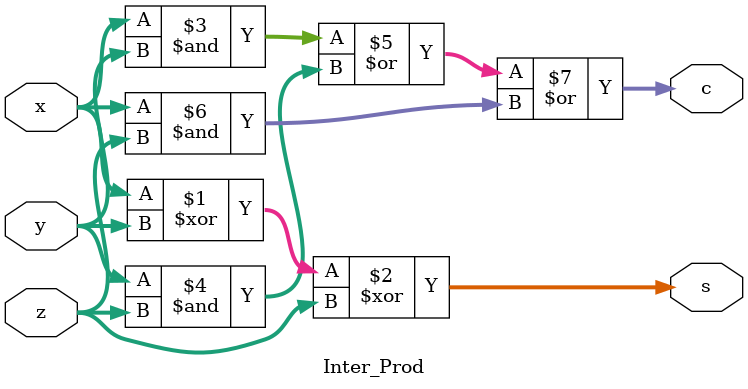
<source format=sv>
`timescale 1ns / 1ps


parameter size = 16;
//The Size parameter is set for the size of the multiplier and multiplicand.
//For example, in order to makean 8x8 multiplier, set size as 8.

//The bits and prod parameters are used to fix the sizes of other registers and loops.
//Bits is for the input values and prod is for the output (product).
parameter bits = size-1, prod = 2*bits+1;

//Parallel Multiplier
module Multiplier(clk, a, b, p, v);
    input clk; //System clock
    input [bits:0] a, b; //Multiplier and multiplicand
    output reg [prod:0] p, v; //Output Product and Verification product
    
    wire [bits:0] c [bits:0]; //Stores the intermediate carry values of the carry save adder
    wire [bits-1:0] s [bits:0]; //Stores the intermediate sum values of the carry save adder
    
    //First row of the carry save adder
    Inter_Prod ip0(b[0] ? a : 0, 0, 0, {s[0], p[0]}, c[0]);
    
    //Multiple instances of the Inter_Prod module are generated as per the input size
    genvar i;
    generate
        for(i=1; i<=bits; i=i+1)
            //Carry Save Adder is implemented by giving the carry and sum of one stage to the next stage
            //Instead of giving the carry to the next adder in the same stage
            Inter_Prod ip(b[i] ? a : 0, {1'b0, s[i-1]}, c[i-1], {s[i], p[i]}, c[i]);
    endgenerate
    
    always @ (posedge clk) begin 
        //The last row addition is done for the left half of the product.
        p[prod:prod-bits] = s[bits] + c[bits];
        
        //This is in-built multiplication operation of Verilog.
        //It can be used to verify output after any modifications to the Multiplier.
        v = a * b;
    end
    
endmodule

//Intermediate product calculation
module Inter_Prod(x, y, z, s, c);
    input [bits:0] x, y, z;
    output reg [bits:0] s, c;
    
    //Implementation of Full Adder
    assign s = x ^ y ^ z;
    assign c = (x & y) | (y & z) | (x & z);
        
endmodule

</source>
